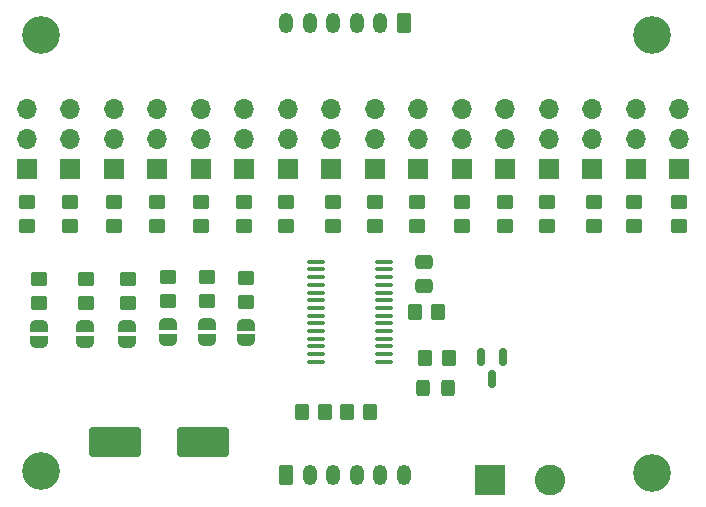
<source format=gbr>
%TF.GenerationSoftware,KiCad,Pcbnew,8.0.2*%
%TF.CreationDate,2025-04-18T13:41:41+02:00*%
%TF.ProjectId,PCA9685 board,50434139-3638-4352-9062-6f6172642e6b,rev?*%
%TF.SameCoordinates,Original*%
%TF.FileFunction,Soldermask,Top*%
%TF.FilePolarity,Negative*%
%FSLAX46Y46*%
G04 Gerber Fmt 4.6, Leading zero omitted, Abs format (unit mm)*
G04 Created by KiCad (PCBNEW 8.0.2) date 2025-04-18 13:41:41*
%MOMM*%
%LPD*%
G01*
G04 APERTURE LIST*
G04 Aperture macros list*
%AMRoundRect*
0 Rectangle with rounded corners*
0 $1 Rounding radius*
0 $2 $3 $4 $5 $6 $7 $8 $9 X,Y pos of 4 corners*
0 Add a 4 corners polygon primitive as box body*
4,1,4,$2,$3,$4,$5,$6,$7,$8,$9,$2,$3,0*
0 Add four circle primitives for the rounded corners*
1,1,$1+$1,$2,$3*
1,1,$1+$1,$4,$5*
1,1,$1+$1,$6,$7*
1,1,$1+$1,$8,$9*
0 Add four rect primitives between the rounded corners*
20,1,$1+$1,$2,$3,$4,$5,0*
20,1,$1+$1,$4,$5,$6,$7,0*
20,1,$1+$1,$6,$7,$8,$9,0*
20,1,$1+$1,$8,$9,$2,$3,0*%
%AMFreePoly0*
4,1,19,0.500000,-0.750000,0.000000,-0.750000,0.000000,-0.744911,-0.071157,-0.744911,-0.207708,-0.704816,-0.327430,-0.627875,-0.420627,-0.520320,-0.479746,-0.390866,-0.500000,-0.250000,-0.500000,0.250000,-0.479746,0.390866,-0.420627,0.520320,-0.327430,0.627875,-0.207708,0.704816,-0.071157,0.744911,0.000000,0.744911,0.000000,0.750000,0.500000,0.750000,0.500000,-0.750000,0.500000,-0.750000,
$1*%
%AMFreePoly1*
4,1,19,0.000000,0.744911,0.071157,0.744911,0.207708,0.704816,0.327430,0.627875,0.420627,0.520320,0.479746,0.390866,0.500000,0.250000,0.500000,-0.250000,0.479746,-0.390866,0.420627,-0.520320,0.327430,-0.627875,0.207708,-0.704816,0.071157,-0.744911,0.000000,-0.744911,0.000000,-0.750000,-0.500000,-0.750000,-0.500000,0.750000,0.000000,0.750000,0.000000,0.744911,0.000000,0.744911,
$1*%
G04 Aperture macros list end*
%ADD10RoundRect,0.250000X1.950000X1.000000X-1.950000X1.000000X-1.950000X-1.000000X1.950000X-1.000000X0*%
%ADD11RoundRect,0.250000X-0.450000X0.350000X-0.450000X-0.350000X0.450000X-0.350000X0.450000X0.350000X0*%
%ADD12FreePoly0,90.000000*%
%ADD13FreePoly1,90.000000*%
%ADD14R,1.700000X1.700000*%
%ADD15O,1.700000X1.700000*%
%ADD16RoundRect,0.250000X0.325000X0.450000X-0.325000X0.450000X-0.325000X-0.450000X0.325000X-0.450000X0*%
%ADD17RoundRect,0.100000X-0.637500X-0.100000X0.637500X-0.100000X0.637500X0.100000X-0.637500X0.100000X0*%
%ADD18RoundRect,0.150000X-0.150000X0.587500X-0.150000X-0.587500X0.150000X-0.587500X0.150000X0.587500X0*%
%ADD19C,3.200000*%
%ADD20RoundRect,0.250000X-0.350000X-0.625000X0.350000X-0.625000X0.350000X0.625000X-0.350000X0.625000X0*%
%ADD21O,1.200000X1.750000*%
%ADD22RoundRect,0.250000X0.350000X0.625000X-0.350000X0.625000X-0.350000X-0.625000X0.350000X-0.625000X0*%
%ADD23RoundRect,0.250000X-0.350000X-0.450000X0.350000X-0.450000X0.350000X0.450000X-0.350000X0.450000X0*%
%ADD24RoundRect,0.250000X0.350000X0.450000X-0.350000X0.450000X-0.350000X-0.450000X0.350000X-0.450000X0*%
%ADD25R,2.600000X2.600000*%
%ADD26C,2.600000*%
%ADD27RoundRect,0.250000X-0.475000X0.337500X-0.475000X-0.337500X0.475000X-0.337500X0.475000X0.337500X0*%
G04 APERTURE END LIST*
D10*
%TO.C,C2*%
X153433000Y-150749000D03*
X146033000Y-150749000D03*
%TD*%
D11*
%TO.C,R22*%
X153289000Y-130445000D03*
X153289000Y-132445000D03*
%TD*%
%TO.C,R23*%
X149606000Y-130445000D03*
X149606000Y-132445000D03*
%TD*%
D12*
%TO.C,JP1*%
X157099000Y-142143000D03*
D13*
X157099000Y-140843000D03*
%TD*%
D11*
%TO.C,R11*%
X193802000Y-130445000D03*
X193802000Y-132445000D03*
%TD*%
%TO.C,R16*%
X175387000Y-130445000D03*
X175387000Y-132445000D03*
%TD*%
D14*
%TO.C,M12*%
X153289000Y-127635000D03*
D15*
X153289000Y-125095000D03*
X153289000Y-122555000D03*
%TD*%
D12*
%TO.C,JP3*%
X150471000Y-142074000D03*
D13*
X150471000Y-140774000D03*
%TD*%
D11*
%TO.C,R18*%
X168021000Y-130445000D03*
X168021000Y-132445000D03*
%TD*%
D16*
%TO.C,D1*%
X174176000Y-146207000D03*
X172126000Y-146207000D03*
%TD*%
D11*
%TO.C,R20*%
X160528000Y-130445000D03*
X160528000Y-132445000D03*
%TD*%
%TO.C,R21*%
X156972000Y-130445000D03*
X156972000Y-132445000D03*
%TD*%
%TO.C,R19*%
X164465000Y-130429000D03*
X164465000Y-132429000D03*
%TD*%
%TO.C,R26*%
X138557000Y-130445000D03*
X138557000Y-132445000D03*
%TD*%
D14*
%TO.C,M4*%
X182753000Y-127635000D03*
D15*
X182753000Y-125095000D03*
X182753000Y-122555000D03*
%TD*%
D12*
%TO.C,JP2*%
X153779000Y-142090000D03*
D13*
X153779000Y-140790000D03*
%TD*%
D14*
%TO.C,M8*%
X168021000Y-127635000D03*
D15*
X168021000Y-125095000D03*
X168021000Y-122555000D03*
%TD*%
D11*
%TO.C,R5*%
X150495000Y-136779000D03*
X150495000Y-138779000D03*
%TD*%
%TO.C,R15*%
X179070000Y-130429000D03*
X179070000Y-132429000D03*
%TD*%
D17*
%TO.C,U1*%
X163058000Y-135486000D03*
X163058000Y-136136000D03*
X163058000Y-136786000D03*
X163058000Y-137436000D03*
X163058000Y-138086000D03*
X163058000Y-138736000D03*
X163058000Y-139386000D03*
X163058000Y-140036000D03*
X163058000Y-140686000D03*
X163058000Y-141336000D03*
X163058000Y-141986000D03*
X163058000Y-142636000D03*
X163058000Y-143286000D03*
X163058000Y-143936000D03*
X168783000Y-143936000D03*
X168783000Y-143286000D03*
X168783000Y-142636000D03*
X168783000Y-141986000D03*
X168783000Y-141336000D03*
X168783000Y-140686000D03*
X168783000Y-140036000D03*
X168783000Y-139386000D03*
X168783000Y-138736000D03*
X168783000Y-138086000D03*
X168783000Y-137436000D03*
X168783000Y-136786000D03*
X168783000Y-136136000D03*
X168783000Y-135486000D03*
%TD*%
D12*
%TO.C,JP6*%
X139573000Y-142240000D03*
D13*
X139573000Y-140940000D03*
%TD*%
D14*
%TO.C,M9*%
X164338000Y-127620000D03*
D15*
X164338000Y-125080000D03*
X164338000Y-122540000D03*
%TD*%
D14*
%TO.C,M2*%
X190119000Y-127635000D03*
D15*
X190119000Y-125095000D03*
X190119000Y-122555000D03*
%TD*%
D18*
%TO.C,Q2*%
X178877000Y-143540000D03*
X176977000Y-143540000D03*
X177927000Y-145415000D03*
%TD*%
D19*
%TO.C,H4*%
X139739000Y-153162000D03*
%TD*%
D11*
%TO.C,R3*%
X143546000Y-136945000D03*
X143546000Y-138945000D03*
%TD*%
%TO.C,R24*%
X145923000Y-130445000D03*
X145923000Y-132445000D03*
%TD*%
D14*
%TO.C,M7*%
X171704000Y-127635000D03*
D15*
X171704000Y-125095000D03*
X171704000Y-122555000D03*
%TD*%
D11*
%TO.C,R17*%
X171577000Y-130445000D03*
X171577000Y-132445000D03*
%TD*%
D20*
%TO.C,J2*%
X160497000Y-153506000D03*
D21*
X162497000Y-153506000D03*
X164497000Y-153506000D03*
X166497000Y-153506000D03*
X168497000Y-153506000D03*
X170497000Y-153506000D03*
%TD*%
D11*
%TO.C,R25*%
X142240000Y-130445000D03*
X142240000Y-132445000D03*
%TD*%
D14*
%TO.C,M15*%
X142240000Y-127620000D03*
D15*
X142240000Y-125080000D03*
X142240000Y-122540000D03*
%TD*%
D14*
%TO.C,M3*%
X186436000Y-127635000D03*
D15*
X186436000Y-125095000D03*
X186436000Y-122555000D03*
%TD*%
D11*
%TO.C,R12*%
X189992000Y-130445000D03*
X189992000Y-132445000D03*
%TD*%
%TO.C,R14*%
X182626000Y-130445000D03*
X182626000Y-132445000D03*
%TD*%
%TO.C,R7*%
X157111000Y-136848000D03*
X157111000Y-138848000D03*
%TD*%
%TO.C,R4*%
X147096000Y-136945000D03*
X147096000Y-138945000D03*
%TD*%
D14*
%TO.C,M13*%
X149606000Y-127635000D03*
D15*
X149606000Y-125095000D03*
X149606000Y-122555000D03*
%TD*%
D14*
%TO.C,M10*%
X160655000Y-127635000D03*
D15*
X160655000Y-125095000D03*
X160655000Y-122555000D03*
%TD*%
D14*
%TO.C,M16*%
X138557000Y-127635000D03*
D15*
X138557000Y-125095000D03*
X138557000Y-122555000D03*
%TD*%
D14*
%TO.C,M11*%
X156972000Y-127635000D03*
D15*
X156972000Y-125095000D03*
X156972000Y-122555000D03*
%TD*%
D11*
%TO.C,R13*%
X186563000Y-130445000D03*
X186563000Y-132445000D03*
%TD*%
D14*
%TO.C,M14*%
X145923000Y-127620000D03*
D15*
X145923000Y-125080000D03*
X145923000Y-122540000D03*
%TD*%
D22*
%TO.C,J3*%
X170497000Y-115226000D03*
D21*
X168497000Y-115226000D03*
X166497000Y-115226000D03*
X164497000Y-115226000D03*
X162497000Y-115226000D03*
X160497000Y-115226000D03*
%TD*%
D14*
%TO.C,M1*%
X193802000Y-127635000D03*
D15*
X193802000Y-125095000D03*
X193802000Y-122555000D03*
%TD*%
D23*
%TO.C,R1*%
X171397500Y-139711000D03*
X173397500Y-139711000D03*
%TD*%
D24*
%TO.C,R9*%
X167624000Y-148209000D03*
X165624000Y-148209000D03*
%TD*%
D12*
%TO.C,JP5*%
X143510000Y-142240000D03*
D13*
X143510000Y-140940000D03*
%TD*%
D11*
%TO.C,R2*%
X139615000Y-136945000D03*
X139615000Y-138945000D03*
%TD*%
D23*
%TO.C,R8*%
X161814000Y-148209000D03*
X163814000Y-148209000D03*
%TD*%
D12*
%TO.C,JP4*%
X147066000Y-142240000D03*
D13*
X147066000Y-140940000D03*
%TD*%
D19*
%TO.C,H2*%
X139739000Y-116244000D03*
%TD*%
D25*
%TO.C,J1*%
X177800000Y-153924000D03*
D26*
X182880000Y-153924000D03*
%TD*%
D14*
%TO.C,M6*%
X175387000Y-127620000D03*
D15*
X175387000Y-125080000D03*
X175387000Y-122540000D03*
%TD*%
D11*
%TO.C,R6*%
X153797000Y-136795000D03*
X153797000Y-138795000D03*
%TD*%
D19*
%TO.C,H3*%
X191477000Y-153377000D03*
%TD*%
%TO.C,H1*%
X191477000Y-116244000D03*
%TD*%
D27*
%TO.C,C1*%
X172143500Y-135498500D03*
X172143500Y-137573500D03*
%TD*%
D14*
%TO.C,M5*%
X179070000Y-127635000D03*
D15*
X179070000Y-125095000D03*
X179070000Y-122555000D03*
%TD*%
D23*
%TO.C,R10*%
X172278000Y-143667000D03*
X174278000Y-143667000D03*
%TD*%
M02*

</source>
